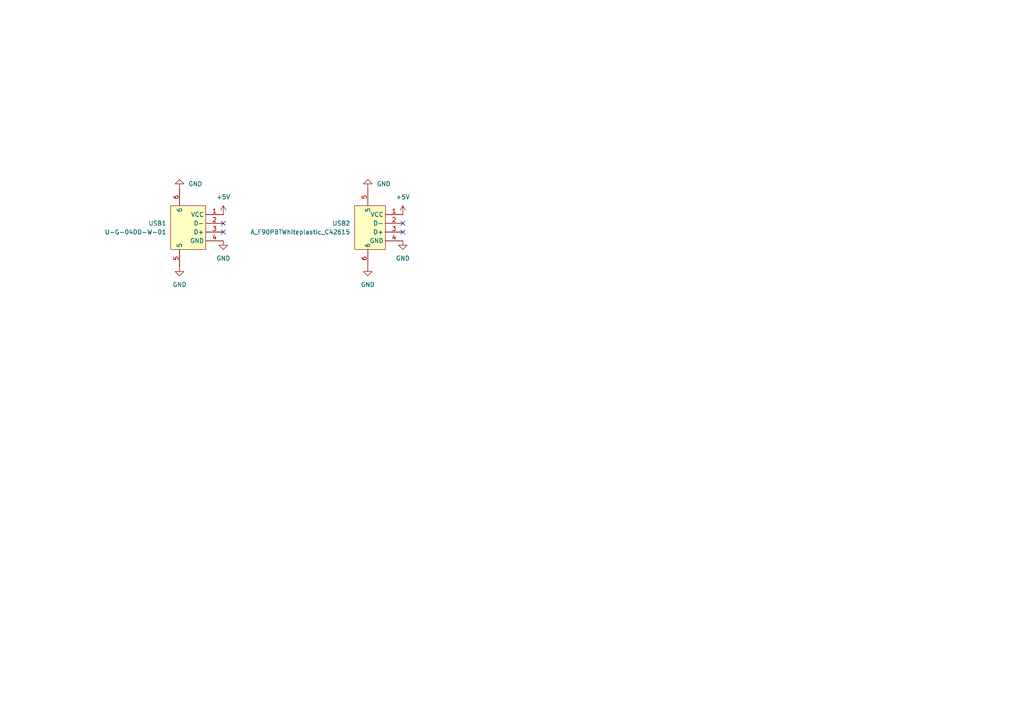
<source format=kicad_sch>
(kicad_sch (version 20211123) (generator eeschema)
  (paper "A4")
  (lib_symbols
    (symbol "lib:A_F90PBTWhiteplastic_C42615"
      (property "Reference" "USB" (at 0 16.51 0))
      (property "Value" "A/F90 PBTWhite plastic_C42615" (at 0 -16.51 0))
      (symbol "A_F90PBTWhiteplastic_C42615_0_1"
        (rectangle (start -7.62 6.35) (end 1.27 -6.35) (fill (type background)))
        (pin input line (at 6.35 3.81 180) (length 5.08) (name "VCC") (number "1"))
        (pin input line (at 6.35 1.27 180) (length 5.08) (name "D-") (number "2"))
        (pin input line (at 6.35 -1.27 180) (length 5.08) (name "D+") (number "3"))
        (pin input line (at 6.35 -3.81 180) (length 5.08) (name "GND") (number "4"))
        (pin unspecified line (at -3.81 11.43 270) (length 5.08) (name "5") (number "5"))
        (pin unspecified line (at -3.81 -11.43 90) (length 5.08) (name "6") (number "6"))
      )
    )
    (symbol "lib:U-G-04DD-W-01"
      (property "Reference" "USB" (at 0 16.51 0))
      (property "Value" "U-G-04DD-W-01" (at 0 -16.51 0))
      (symbol "U-G-04DD-W-01_0_1"
        (rectangle (start -8.89 6.35) (end 1.27 -6.35) (fill (type background)))
        (pin unspecified line (at 6.35 3.81 180) (length 5.08) (name "VCC") (number "1"))
        (pin unspecified line (at 6.35 1.27 180) (length 5.08) (name "D-") (number "2"))
        (pin unspecified line (at 6.35 -1.27 180) (length 5.08) (name "D+") (number "3"))
        (pin unspecified line (at 6.35 -3.81 180) (length 5.08) (name "GND") (number "4"))
        (pin unspecified line (at -6.35 -11.43 90) (length 5.08) (name "5") (number "5"))
        (pin unspecified line (at -6.35 11.43 270) (length 5.08) (name "6") (number "6"))
      )
    )
    (symbol "power:+5V" (power) (pin_names (offset 0))
      (property "Value" "+5V" (at 0 3.556 0))
      (symbol "+5V_0_1"
        (polyline (pts (xy -0.762 1.27) (xy 0 2.54)))
        (polyline (pts (xy 0 0) (xy 0 2.54)))
        (polyline (pts (xy 0 2.54) (xy 0.762 1.27)))
      )
      (symbol "+5V_1_1"
        (pin power_in line (at 0 0 90) (length 0) hide (name "+5V") (number "1"))
      )
    )
    (symbol "power:GND" (power) (pin_names (offset 0))
      (property "Value" "GND" (at 0 -3.81 0))
      (symbol "GND_0_1"
        (polyline (pts (xy 0 0) (xy 0 -1.27) (xy 1.27 -1.27) (xy 0 -2.54) (xy -1.27 -1.27) (xy 0 -1.27)))
      )
      (symbol "GND_1_1"
        (pin power_in line (at 0 0 270) (length 0) hide (name "GND") (number "1"))
      )
    )
  )
  (no_connect (at 64.77 64.77))
  (no_connect (at 64.77 67.31))
  (no_connect (at 116.84 67.31))
  (no_connect (at 116.84 64.77))
  (symbol (lib_id "power:GND") (at 116.84 69.85 0) (unit 1)
    (property "Reference" "#PWR0108" (effects hide))
    (property "Value" "GND" (at 116.84 74.93 0))
  )
  (symbol (lib_id "power:GND") (at 64.77 69.85 0) (unit 1)
    (property "Reference" "#PWR0101" (effects hide))
    (property "Value" "GND" (at 64.77 74.93 0))
  )
  (symbol (lib_id "power:+5V") (at 116.84 62.23 0) (unit 1)
    (property "Reference" "#PWR0105" (effects hide))
    (property "Value" "+5V" (at 116.84 57.15 0))
  )
  (symbol (lib_id "power:+5V") (at 64.77 62.23 0) (unit 1)
    (property "Reference" "#PWR0104" (effects hide))
    (property "Value" "+5V" (at 64.77 57.15 0))
  )
  (symbol (lib_id "power:GND") (at 52.07 77.47 0) (unit 1)
    (property "Reference" "#PWR0103" (effects hide))
    (property "Value" "GND" (at 52.07 82.55 0))
  )
  (symbol (lib_id "lib:U-G-04DD-W-01") (at 58.42 66.04 0) (unit 1)
    (property "Reference" "USB1" (at 48.26 64.7699 0) (effects (justify right)))
    (property "Value" "U-G-04DD-W-01" (at 48.26 67.3099 0) (effects (justify right)))
    (property "Footprint" "lib:USB-A-TH_U-G-04WD-W-01" (effects hide))
    (property "Datasheet" "https://lcsc.com/product-detail/USB-Connectors_USBConnector-900-Board-Iron-feet-tray_C98125.html" (effects hide))
    (property "Manufacturer" "韩国韩荣" (effects hide))
    (property "LCSC Part" "C98125" (effects hide))
  )
  (symbol (lib_id "power:GND") (at 52.07 54.61 180) (unit 1)
    (property "Reference" "#PWR0102" (effects hide))
    (property "Value" "GND" (at 54.61 53.3399 0) (effects (justify right)))
  )
  (symbol (lib_id "power:GND") (at 106.68 77.47 0) (unit 1)
    (property "Reference" "#PWR0107" (effects hide))
    (property "Value" "GND" (at 106.68 82.55 0))
  )
  (symbol (lib_id "power:GND") (at 106.68 54.61 180) (unit 1)
    (property "Reference" "#PWR0106" (effects hide))
    (property "Value" "GND" (at 109.22 53.3399 0) (effects (justify right)))
  )
  (symbol (lib_id "lib:A_F90PBTWhiteplastic_C42615") (at 110.49 66.04 0) (unit 1)
    (property "Reference" "USB2" (at 101.6 64.7699 0) (effects (justify right)))
    (property "Value" "A_F90PBTWhiteplastic_C42615" (at 101.6 67.3099 0) (effects (justify right)))
    (property "Footprint" "lib:USB-A-TH_USB-M-40" (effects hide))
    (property "Datasheet" "https://lcsc.com/product-detail/USB-Connectors_A-F90-PBTWhite-plastic-Not-high-temperature_C42615.html" (effects hide))
    (property "Manufacturer" "精拓金" (effects hide))
    (property "LCSC Part" "C42615" (effects hide))
    (property "JLC Part" "Extended Part" (effects hide))
  )
)
</source>
